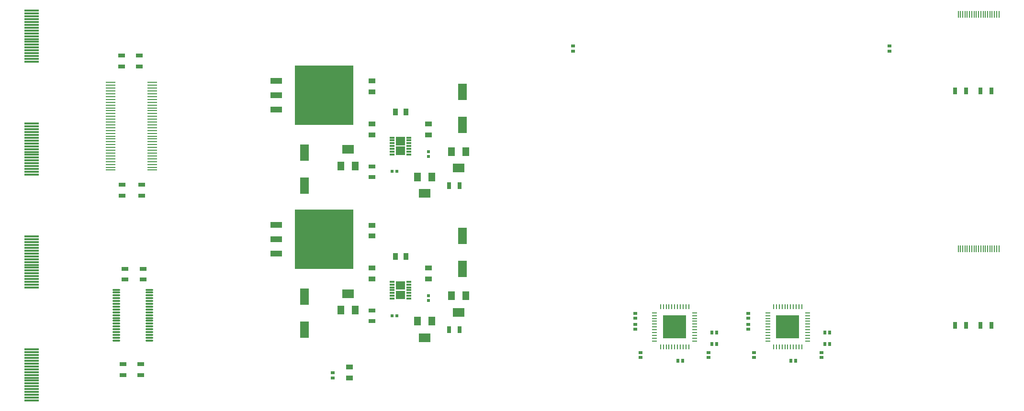
<source format=gtp>
G04*
G04 #@! TF.GenerationSoftware,Altium Limited,Altium Designer,19.1.6 (110)*
G04*
G04 Layer_Color=8421504*
%FSLAX43Y43*%
%MOMM*%
G71*
G01*
G75*
%ADD18R,0.230X1.200*%
%ADD19R,0.700X1.300*%
%ADD20R,1.300X0.900*%
%ADD21R,0.700X0.540*%
%ADD22R,1.575X2.997*%
%ADD23R,0.540X0.600*%
%ADD24R,0.600X0.540*%
%ADD25R,0.900X1.300*%
%ADD26R,10.300X10.500*%
%ADD27R,2.100X1.050*%
%ADD28R,1.300X0.700*%
%ADD29R,0.805X0.300*%
%ADD30R,1.300X1.600*%
%ADD31R,2.000X1.600*%
%ADD32R,0.250X0.900*%
%ADD33R,4.100X4.100*%
%ADD34R,0.900X0.250*%
%ADD35R,0.540X0.700*%
%ADD36R,2.600X0.300*%
%ADD37O,1.400X0.300*%
%ADD38R,1.676X0.279*%
G36*
X75450Y29403D02*
X77050D01*
Y30903D01*
X75450D01*
Y29403D01*
D02*
G37*
G36*
Y31103D02*
X77050D01*
Y32603D01*
X75450D01*
Y31103D01*
D02*
G37*
G36*
X75450Y54903D02*
X77050D01*
Y56403D01*
X75450D01*
Y54903D01*
D02*
G37*
G36*
Y56603D02*
X77050D01*
Y58103D01*
X75450D01*
Y56603D01*
D02*
G37*
D18*
X182100Y38300D02*
D03*
X181700D02*
D03*
X181300D02*
D03*
X180900D02*
D03*
X180500D02*
D03*
X180100D02*
D03*
X179700D02*
D03*
X179300D02*
D03*
X178900D02*
D03*
X178500D02*
D03*
X178100D02*
D03*
X177700D02*
D03*
X177300D02*
D03*
X176900D02*
D03*
X176500D02*
D03*
X176100D02*
D03*
X175700D02*
D03*
X175300D02*
D03*
X174900D02*
D03*
X176500Y79800D02*
D03*
X176900D02*
D03*
X175300D02*
D03*
X175700D02*
D03*
X180100D02*
D03*
X181300D02*
D03*
X174900D02*
D03*
X176100D02*
D03*
X177300D02*
D03*
X177700D02*
D03*
X178100D02*
D03*
X178500D02*
D03*
X178900D02*
D03*
X179300D02*
D03*
X179700D02*
D03*
X180500D02*
D03*
X180900D02*
D03*
X181700D02*
D03*
X182100D02*
D03*
D19*
X180750Y24750D02*
D03*
X178850D02*
D03*
X174350Y66250D02*
D03*
X176250D02*
D03*
X86750Y24003D02*
D03*
X84850D02*
D03*
X84850Y49503D02*
D03*
X86750D02*
D03*
X178850Y66250D02*
D03*
X180750D02*
D03*
X176250Y24750D02*
D03*
X174350D02*
D03*
D20*
X67250Y17403D02*
D03*
Y15503D02*
D03*
X81250Y33003D02*
D03*
Y34903D02*
D03*
X71250Y33003D02*
D03*
Y34903D02*
D03*
Y40603D02*
D03*
Y42503D02*
D03*
X71250Y68003D02*
D03*
Y66103D02*
D03*
Y60403D02*
D03*
Y58503D02*
D03*
X81250D02*
D03*
Y60403D02*
D03*
D21*
X64250Y15503D02*
D03*
Y16363D02*
D03*
X150750Y19930D02*
D03*
Y19070D02*
D03*
X130750Y19930D02*
D03*
Y19070D02*
D03*
X138750Y19930D02*
D03*
Y19070D02*
D03*
X118750Y19930D02*
D03*
Y19070D02*
D03*
X137750Y24070D02*
D03*
Y24930D02*
D03*
X117750Y24070D02*
D03*
Y24930D02*
D03*
X137750Y26930D02*
D03*
Y26070D02*
D03*
X117750Y26930D02*
D03*
Y26070D02*
D03*
X106750Y73323D02*
D03*
Y74183D02*
D03*
X162750Y73323D02*
D03*
Y74183D02*
D03*
D22*
X59250Y24003D02*
D03*
Y29820D02*
D03*
X87250Y40570D02*
D03*
Y34753D02*
D03*
X87250Y66070D02*
D03*
Y60253D02*
D03*
X59250Y49503D02*
D03*
Y55320D02*
D03*
D23*
X75610Y26503D02*
D03*
X74750D02*
D03*
X75610Y52003D02*
D03*
X74750D02*
D03*
D24*
X81250Y29143D02*
D03*
Y30003D02*
D03*
X81250Y54643D02*
D03*
Y55503D02*
D03*
D25*
X75350Y37003D02*
D03*
X77250D02*
D03*
X77250Y62503D02*
D03*
X75350D02*
D03*
D26*
X62750Y40003D02*
D03*
X62750Y65503D02*
D03*
D27*
X54300Y37463D02*
D03*
Y40003D02*
D03*
Y42543D02*
D03*
X54300Y62963D02*
D03*
Y65503D02*
D03*
Y68043D02*
D03*
D28*
X71250Y25503D02*
D03*
Y27403D02*
D03*
X71250Y52903D02*
D03*
Y51003D02*
D03*
X30099Y70612D02*
D03*
Y72512D02*
D03*
X26924Y70612D02*
D03*
Y72512D02*
D03*
X27051Y49652D02*
D03*
Y47752D02*
D03*
X30480Y49657D02*
D03*
Y47757D02*
D03*
X30353Y17902D02*
D03*
Y16002D02*
D03*
X27178Y17902D02*
D03*
Y16002D02*
D03*
X27559Y32898D02*
D03*
Y34798D02*
D03*
X30734D02*
D03*
Y32898D02*
D03*
D29*
X77702Y29503D02*
D03*
Y30003D02*
D03*
Y30503D02*
D03*
Y31003D02*
D03*
Y31503D02*
D03*
Y32003D02*
D03*
Y32503D02*
D03*
X74798D02*
D03*
Y32003D02*
D03*
Y31503D02*
D03*
Y31003D02*
D03*
Y30503D02*
D03*
Y30003D02*
D03*
Y29503D02*
D03*
X77702Y55003D02*
D03*
Y55503D02*
D03*
Y56003D02*
D03*
Y56503D02*
D03*
Y57003D02*
D03*
Y57503D02*
D03*
Y58003D02*
D03*
X74798D02*
D03*
Y57503D02*
D03*
Y57003D02*
D03*
Y56503D02*
D03*
Y56003D02*
D03*
Y55503D02*
D03*
Y55003D02*
D03*
D30*
X68250Y27503D02*
D03*
X65710D02*
D03*
X79250Y25503D02*
D03*
X81790D02*
D03*
X85250Y30003D02*
D03*
X87790D02*
D03*
X87790Y55503D02*
D03*
X85250D02*
D03*
X79250Y51003D02*
D03*
X81790D02*
D03*
X68250Y53003D02*
D03*
X65710D02*
D03*
D31*
X66980Y30403D02*
D03*
X80520Y22603D02*
D03*
X86520Y27103D02*
D03*
X86520Y52603D02*
D03*
X80520Y48103D02*
D03*
X66980Y55903D02*
D03*
D32*
X125750Y20950D02*
D03*
X125250D02*
D03*
X126750D02*
D03*
X126250D02*
D03*
X122250D02*
D03*
X122750D02*
D03*
X123250D02*
D03*
X123750D02*
D03*
X124250D02*
D03*
X124750D02*
D03*
X127250D02*
D03*
Y28050D02*
D03*
X126750D02*
D03*
X126250D02*
D03*
X125750D02*
D03*
X125250D02*
D03*
X124750D02*
D03*
X124250D02*
D03*
X123750D02*
D03*
X123250D02*
D03*
X122750D02*
D03*
X122250D02*
D03*
X142250Y20950D02*
D03*
X142750D02*
D03*
X144250D02*
D03*
X144750D02*
D03*
X146250D02*
D03*
X146750D02*
D03*
X147250D02*
D03*
Y28050D02*
D03*
X146750D02*
D03*
X146250D02*
D03*
X145750D02*
D03*
X145250D02*
D03*
X144750D02*
D03*
X144250D02*
D03*
X143750D02*
D03*
X143250D02*
D03*
X142750D02*
D03*
X142250D02*
D03*
X145250Y20950D02*
D03*
X145750D02*
D03*
X143250D02*
D03*
X143750D02*
D03*
D33*
X124750Y24500D02*
D03*
X144750D02*
D03*
D34*
X121200Y25000D02*
D03*
Y25500D02*
D03*
Y26000D02*
D03*
Y26500D02*
D03*
Y24500D02*
D03*
Y24000D02*
D03*
Y23500D02*
D03*
Y23000D02*
D03*
Y22500D02*
D03*
Y27000D02*
D03*
Y22000D02*
D03*
X128300D02*
D03*
Y22500D02*
D03*
Y23000D02*
D03*
Y23500D02*
D03*
Y24000D02*
D03*
Y24500D02*
D03*
Y25000D02*
D03*
Y25500D02*
D03*
Y26000D02*
D03*
Y26500D02*
D03*
Y27000D02*
D03*
X141200Y25000D02*
D03*
Y25500D02*
D03*
Y26000D02*
D03*
Y26500D02*
D03*
Y24500D02*
D03*
Y24000D02*
D03*
Y23500D02*
D03*
Y23000D02*
D03*
Y22500D02*
D03*
Y27000D02*
D03*
Y22000D02*
D03*
X148300D02*
D03*
Y22500D02*
D03*
Y23000D02*
D03*
Y23500D02*
D03*
Y24000D02*
D03*
Y24500D02*
D03*
Y25000D02*
D03*
Y25500D02*
D03*
Y26000D02*
D03*
Y26500D02*
D03*
Y27000D02*
D03*
D35*
X146180Y18500D02*
D03*
X145320D02*
D03*
X126180D02*
D03*
X125320D02*
D03*
X152180Y21500D02*
D03*
X151320D02*
D03*
X132180D02*
D03*
X131320D02*
D03*
X152180Y23500D02*
D03*
X151320D02*
D03*
X132180D02*
D03*
X131320D02*
D03*
D36*
X11047Y80446D02*
D03*
Y79946D02*
D03*
Y79446D02*
D03*
Y78946D02*
D03*
Y78446D02*
D03*
Y77946D02*
D03*
Y77446D02*
D03*
Y76946D02*
D03*
Y76446D02*
D03*
Y75946D02*
D03*
Y75446D02*
D03*
Y74946D02*
D03*
Y74446D02*
D03*
Y73946D02*
D03*
Y73446D02*
D03*
Y72946D02*
D03*
Y72446D02*
D03*
Y71946D02*
D03*
Y71446D02*
D03*
Y60465D02*
D03*
Y59965D02*
D03*
Y59465D02*
D03*
Y58965D02*
D03*
Y58465D02*
D03*
Y57965D02*
D03*
Y57465D02*
D03*
Y56965D02*
D03*
Y56465D02*
D03*
Y55965D02*
D03*
Y55465D02*
D03*
Y54965D02*
D03*
Y54465D02*
D03*
Y53965D02*
D03*
Y53465D02*
D03*
Y52965D02*
D03*
Y52465D02*
D03*
Y51965D02*
D03*
Y51465D02*
D03*
Y40483D02*
D03*
Y39983D02*
D03*
Y39483D02*
D03*
Y38983D02*
D03*
Y38483D02*
D03*
Y37983D02*
D03*
Y37483D02*
D03*
Y36983D02*
D03*
Y36483D02*
D03*
Y35983D02*
D03*
Y35483D02*
D03*
Y34983D02*
D03*
Y34483D02*
D03*
Y33983D02*
D03*
Y33483D02*
D03*
Y32983D02*
D03*
Y32483D02*
D03*
Y31983D02*
D03*
Y31483D02*
D03*
Y20502D02*
D03*
Y20002D02*
D03*
Y19502D02*
D03*
Y19002D02*
D03*
Y18502D02*
D03*
Y18002D02*
D03*
Y17502D02*
D03*
Y17002D02*
D03*
Y16502D02*
D03*
Y16002D02*
D03*
Y15502D02*
D03*
Y15002D02*
D03*
Y14502D02*
D03*
Y14002D02*
D03*
Y13502D02*
D03*
Y13002D02*
D03*
Y12502D02*
D03*
Y12002D02*
D03*
Y11502D02*
D03*
D37*
X25977Y31083D02*
D03*
Y30583D02*
D03*
Y30083D02*
D03*
Y29583D02*
D03*
Y29083D02*
D03*
Y28583D02*
D03*
Y28083D02*
D03*
Y27583D02*
D03*
Y27083D02*
D03*
Y26583D02*
D03*
Y26083D02*
D03*
Y25583D02*
D03*
Y25083D02*
D03*
Y24583D02*
D03*
Y24083D02*
D03*
Y23583D02*
D03*
Y23083D02*
D03*
Y22583D02*
D03*
Y22083D02*
D03*
X31877D02*
D03*
Y22583D02*
D03*
Y23083D02*
D03*
Y23583D02*
D03*
Y24083D02*
D03*
Y24583D02*
D03*
Y25083D02*
D03*
Y25583D02*
D03*
Y26083D02*
D03*
Y26583D02*
D03*
Y27083D02*
D03*
Y27583D02*
D03*
Y28083D02*
D03*
Y28583D02*
D03*
Y29083D02*
D03*
Y29583D02*
D03*
Y30083D02*
D03*
Y30583D02*
D03*
Y31083D02*
D03*
D38*
X25019Y52254D02*
D03*
Y52754D02*
D03*
Y53254D02*
D03*
Y53754D02*
D03*
Y54254D02*
D03*
Y54754D02*
D03*
Y55254D02*
D03*
Y55754D02*
D03*
Y56254D02*
D03*
Y56754D02*
D03*
Y57254D02*
D03*
Y57754D02*
D03*
Y58254D02*
D03*
Y58754D02*
D03*
Y59254D02*
D03*
Y59754D02*
D03*
Y60254D02*
D03*
Y60754D02*
D03*
Y61254D02*
D03*
Y61754D02*
D03*
Y62254D02*
D03*
Y62754D02*
D03*
Y63254D02*
D03*
Y63754D02*
D03*
Y64254D02*
D03*
Y64754D02*
D03*
Y65254D02*
D03*
Y65754D02*
D03*
Y66254D02*
D03*
Y66754D02*
D03*
Y67254D02*
D03*
Y67754D02*
D03*
X32360D02*
D03*
Y67254D02*
D03*
Y66754D02*
D03*
Y66254D02*
D03*
Y65754D02*
D03*
Y65254D02*
D03*
Y64754D02*
D03*
Y64254D02*
D03*
Y63754D02*
D03*
Y63254D02*
D03*
Y62754D02*
D03*
Y62254D02*
D03*
Y61754D02*
D03*
Y61254D02*
D03*
Y60754D02*
D03*
Y60254D02*
D03*
Y59754D02*
D03*
Y59254D02*
D03*
Y58754D02*
D03*
Y58254D02*
D03*
Y57754D02*
D03*
Y57254D02*
D03*
Y56754D02*
D03*
Y56254D02*
D03*
Y55754D02*
D03*
Y55254D02*
D03*
Y54754D02*
D03*
Y54254D02*
D03*
Y53754D02*
D03*
Y53254D02*
D03*
Y52754D02*
D03*
Y52254D02*
D03*
M02*

</source>
